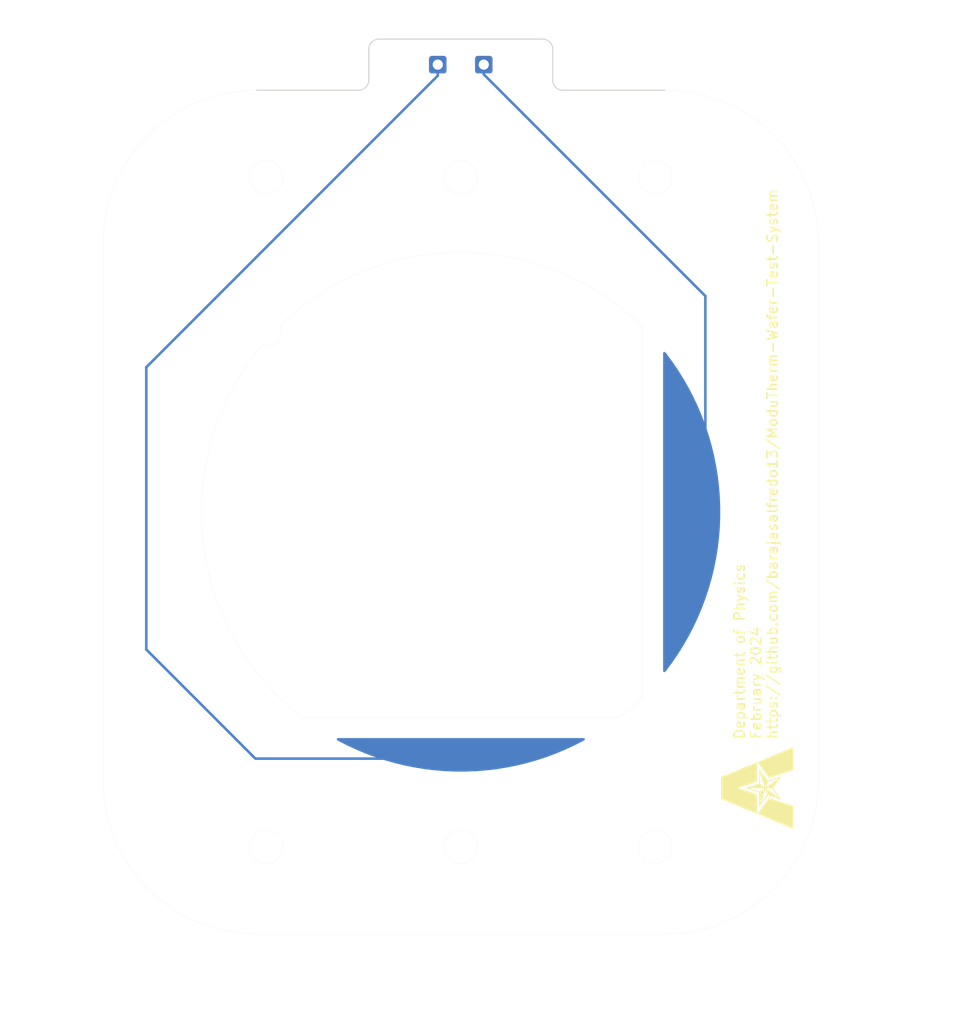
<source format=kicad_pcb>
(kicad_pcb (version 20221018) (generator pcbnew)
  (layers (0 "F.Cu" signal) (31 "B.Cu" signal) (34 "B.Paste" user) (35 "F.Paste" user) (36 "B.SilkS" user "B.Silkscreen") (37 "F.SilkS" user "F.Silkscreen") (38 "B.Mask" user) (39 "F.Mask" user) (44 "Edge.Cuts" user))
  (net 0 "")
  (footprint "" (layer "F.Cu") (at 77.25 36.224999)
    (fp_text reference "" (at 0 0) (layer "F.SilkS") (effects (font (size 1.27 1.27))))
    (fp_text value "" (at 0 0) (layer "F.SilkS") (effects (font (size 1.27 1.27))))
    (pad "1" thru_hole roundrect (at 0 0) (size 1.7 1.7) (drill 1) (layers "*.Cu" "*.Mask") (roundrect_rratio 0.1470588235))
  )
  (footprint "" (layer "F.Cu") (at 72.75 36.224999)
    (fp_text reference "" (at 0 0) (layer "F.SilkS") (effects (font (size 1.27 1.27))))
    (fp_text value "" (at 0 0) (layer "F.SilkS") (effects (font (size 1.27 1.27))))
    (pad "1" thru_hole roundrect (at 0 0) (size 1.7 1.7) (drill 1) (layers "*.Cu" "*.Mask") (roundrect_rratio 0.1470588235))
  )
  (footprint "LOGO" (layer "F.Cu") (at 103.999833 106.999805 90)
    (fp_text reference "G***" hide)
    (fp_text value "LOGO" hide)
    (fp_poly (pts (xy -2.501595 0.06834) (xy -2.439968 0.11038) (xy -2.347292 0.175137) (xy -2.229614 0.258267) (xy -2.092979 0.355425) (xy -1.943433 0.462266) (xy -1.787022 0.574447) (xy -1.629792 0.687623) (xy -1.477789 0.797449) (xy -1.337059 0.899582) (xy -1.213647 0.989677) (xy -1.113601 1.063389) (xy -1.042965 1.116374) (xy -1.007786 1.144288) (xy -1.007306 1.144726) (xy -1.007125 1.175947) (xy -1.021909 1.246495) (xy -1.048988 1.345333) (xy -1.079228 1.44198) (xy -1.109518 1.534363) (xy -1.15359 1.669293) (xy -1.20877 1.83856) (xy -1.272383 2.033949) (xy -1.341756 2.247248) (xy -1.414214 2.470245) (xy -1.46761 2.634717) (xy -1.764171 3.54853) (xy -2.87907 3.54853) (xy -3.993969 3.54853) (xy -3.271382 1.800946) (xy -3.151662 1.512155) (xy -3.037511 1.23826) (xy -2.930606 0.983189) (xy -2.832619 0.750867) (xy -2.745226 0.545223) (xy -2.670102 0.370183) (xy -2.608921 0.229673) (xy -2.563357 0.127621) (xy -2.535085 0.067953) (xy -2.526127 0.053362)) (fill solid) (layer "F.SilkS"))
    (fp_poly (pts (xy 2.539808 0.077388) (xy 2.572082 0.14685) (xy 2.621274 0.257821) (xy 2.685711 0.406374) (xy 2.763717 0.588581) (xy 2.853618 0.800516) (xy 2.953739 1.038252) (xy 3.062406 1.297863) (xy 3.177944 1.575421) (xy 3.271382 1.800946) (xy 3.993969 3.54853) (xy 2.879071 3.54853) (xy 1.764172 3.54853) (xy 1.467611 2.634717) (xy 1.39459 2.409826) (xy 1.322698 2.188629) (xy 1.25461 1.979336) (xy 1.193001 1.79016) (xy 1.140543 1.629315) (xy 1.099912 1.505012) (xy 1.079228 1.44198) (xy 1.043897 1.327925) (xy 1.018622 1.232906) (xy 1.006072 1.167958) (xy 1.007307 1.144726) (xy 1.04123 1.117701) (xy 1.110807 1.065463) (xy 1.209991 0.992357) (xy 1.332737 0.902728) (xy 1.472999 0.800918) (xy 1.62473 0.691274) (xy 1.781885 0.578139) (xy 1.938418 0.465857) (xy 2.088283 0.358773) (xy 2.225433 0.261232) (xy 2.343824 0.177577) (xy 2.437408 0.112154) (xy 2.500141 0.069306) (xy 2.525976 0.053378) (xy 2.526128 0.053362)) (fill solid) (layer "F.SilkS"))
    (fp_poly (pts (xy 1.792144 -1.777168) (xy 1.911067 -1.489215) (xy 2.023814 -1.215591) (xy 2.128747 -0.960305) (xy 2.224234 -0.727364) (xy 2.308638 -0.520775) (xy 2.380325 -0.344546) (xy 2.437659 -0.202685) (xy 2.479006 -0.099199) (xy 2.502731 -0.038095) (xy 2.507984 -0.022577) (xy 2.482274 -0.017335) (xy 2.409023 -0.01291) (xy 2.294045 -0.009402) (xy 2.143154 -0.006909) (xy 1.962165 -0.005531) (xy 1.756893 -0.005368) (xy 1.557276 -0.006333) (xy 0.606569 -0.01334) (xy 0.311843 -0.927153) (xy 0.243701 -1.13701) (xy 0.180188 -1.32989) (xy 0.123242 -1.500116) (xy 0.0748 -1.642011) (xy 0.036799 -1.749898) (xy 0.011177 -1.818099) (xy 0 -1.840966) (xy -0.011825 -1.816489) (xy -0.037901 -1.746842) (xy -0.076289 -1.637703) (xy -0.125053 -1.49475) (xy -0.182255 -1.323658) (xy -0.245957 -1.130106) (xy -0.311842 -0.927153) (xy -0.606568 -0.01334) (xy -1.557276 -0.006333) (xy -1.776513 -0.005332) (xy -1.977909 -0.005597) (xy -2.155483 -0.007028) (xy -2.303249 -0.009527) (xy -2.415225 -0.012995) (xy -2.485427 -0.017331) (xy -2.507983 -0.02209) (xy -2.498035 -0.04993) (xy -2.469283 -0.123056) (xy -2.423359 -0.237462) (xy -2.3619 -0.389144) (xy -2.286539 -0.574095) (xy -2.198911 -0.78831) (xy -2.100651 -1.027783) (xy -1.993394 -1.288509) (xy -1.878774 -1.566483) (xy -1.791935 -1.776681) (xy -1.075886 -3.508508) (xy 0.000209 -3.508508) (xy 1.076303 -3.508508)) (fill solid) (layer "F.SilkS"))
    (fp_poly (pts (xy 0.018581 -1.070825) (xy 0.041114 -1.012583) (xy 0.051047 -0.980514) (xy 0.069206 -0.921023) (xy 0.10096 -0.820397) (xy 0.143247 -0.688193) (xy 0.193008 -0.533973) (xy 0.247179 -0.367295) (xy 0.260245 -0.327271) (xy 0.436631 0.212579) (xy 1.130551 0.219682) (xy 1.824471 0.226786) (xy 1.272425 0.626893) (xy 1.122596 0.736867) (xy 0.988219 0.838149) (xy 0.875073 0.926166) (xy 0.788943 0.996343) (xy 0.735608 1.044104) (xy 0.720378 1.063691) (xy 0.728383 1.09843) (xy 0.750866 1.17638) (xy 0.785533 1.290097) (xy 0.830088 1.432136) (xy 0.882236 1.595053) (xy 0.921085 1.714646) (xy 0.976366 1.885814) (xy 1.02481 2.039635) (xy 1.064291 2.169042) (xy 1.092685 2.26697) (xy 1.107869 2.326351) (xy 1.109462 2.341239) (xy 1.085463 2.329601) (xy 1.024461 2.290382) (xy 0.932393 2.22768) (xy 0.815197 2.14559) (xy 0.678813 2.048208) (xy 0.562375 1.963864) (xy 0.413938 1.856523) (xy 0.278959 1.760498) (xy 0.163628 1.680063) (xy 0.074134 1.619495) (xy 0.016666 1.583068) (xy -0.001808 1.57416) (xy -0.030697 1.589285) (xy -0.096309 1.631801) (xy -0.19243 1.697416) (xy -0.312843 1.781837) (xy -0.451334 1.880775) (xy -0.562102 1.96103) (xy -0.732026 2.084676) (xy -0.863753 2.179919) (xy -0.962079 2.249959) (xy -1.0318 2.297997) (xy -1.077715 2.327236) (xy -1.104619 2.340875) (xy -1.11731 2.342117) (xy -1.120585 2.334162) (xy -1.120588 2.333739) (xy -1.112657 2.305473) (xy -1.090375 2.233611) (xy -1.058131 2.131955) (xy -0.918372 2.131955) (xy -0.906936 2.127544) (xy -0.858948 2.094396) (xy -0.77994 2.036589) (xy -0.675443 1.958199) (xy -0.550986 1.863302) (xy -0.486922 1.813966) (xy -0.02668 1.458454) (xy -0.02668 1.177462) (xy -0.028618 1.065517) (xy -0.033866 0.97963) (xy -0.041573 0.929522) (xy -0.049023 0.921817) (xy -0.069977 0.949598) (xy -0.117542 1.014853) (xy -0.187393 1.111577) (xy -0.275204 1.233767) (xy -0.376651 1.375417) (xy -0.480473 1.520799) (xy -0.591256 1.676029) (xy -0.692844 1.818177) (xy -0.780819 1.941076) (xy -0.850763 2.038558) (xy -0.898256 2.104458) (xy -0.918372 2.131955) (xy -1.058131 2.131955) (xy -1.05601 2.125268) (xy -1.011826 1.987555) (xy -0.960093 1.827585) (xy -0.920483 1.705813) (xy -0.864642 1.533239) (xy -0.814803 1.376731) (xy -0.773254 1.243676) (xy -0.742282 1.141461) (xy -0.724175 1.077475) (xy -0.720378 1.059524) (xy -0.741153 1.035643) (xy -0.799629 0.985347) (xy -0.89003 0.913163) (xy -1.006581 0.823615) (xy -1.143508 0.721229) (xy -1.272424 0.626893) (xy -1.621458 0.373924) (xy -1.504386 0.373924) (xy -1.504085 0.374234) (xy -1.475222 0.396374) (xy -1.409489 0.443392) (xy -1.314163 0.51019) (xy -1.196522 0.591671) (xy -1.063843 0.682737) (xy -1.056019 0.688083) (xy -0.632478 0.977407) (xy -0.355447 0.895584) (xy -0.315049 0.883652) (xy 0.095366 0.883652) (xy 0.108453 0.906098) (xy 0.148325 0.964896) (xy 0.210173 1.053389) (xy 0.289189 1.164923) (xy 0.380567 1.292845) (xy 0.479499 1.430498) (xy 0.581176 1.57123) (xy 0.680793 1.708385) (xy 0.773541 1.835309) (xy 0.854613 1.945347) (xy 0.919201 2.031845) (xy 0.962498 2.088148) (xy 0.979607 2.107618) (xy 0.973057 2.083831) (xy 0.951358 2.017612) (xy 0.917179 1.916828) (xy 0.873186 1.789347) (xy 0.823627 1.647532) (xy 0.7702 1.495651) (xy 0.721398 1.357187) (xy 0.680577 1.241644) (xy 0.651095 1.158527) (xy 0.637146 1.119614) (xy 0.616223 1.084223) (xy 0.575418 1.052086) (xy 0.505094 1.017776) (xy 0.395615 0.975864) (xy 0.358599 0.962719) (xy 0.251363 0.926271) (xy 0.164568 0.899123) (xy 0.109296 0.884606) (xy 0.095366 0.883652) (xy -0.315049 0.883652) (xy -0.078417 0.813761) (xy -0.285763 0.747059) (xy 0.099934 0.747059) (xy 0.129694 0.738781) (xy 0.203297 0.715411) (xy 0.314101 0.679142) (xy 0.455466 0.632168) (xy 0.620749 0.576685) (xy 0.803311 0.514887) (xy 0.827482 0.506668) (xy 1.534139 0.266277) (xy 1.283244 0.279882) (xy 1.145274 0.285836) (xy 0.979535 0.290717) (xy 0.811616 0.293853) (xy 0.72295 0.294608) (xy 0.413551 0.295729) (xy 0.246297 0.521394) (xy 0.179858 0.613506) (xy 0.129992 0.68747) (xy 0.102351 0.734571) (xy 0.099934 0.747059) (xy -0.285763 0.747059) (xy -0.432748 0.699775) (xy -0.704194 0.612597) (xy -0.928708 0.540847) (xy -1.110078 0.483375) (xy -1.252091 0.43903) (xy -1.358535 0.406661) (xy -1.433199 0.385117) (xy -1.47987 0.373247) (xy -1.502337 0.369899) (xy -1.504386 0.373924) (xy -1.621458 0.373924) (xy -1.793908 0.248937) (xy -0.346848 0.248937) (xy -0.333066 0.276672) (xy -0.296793 0.336086) (xy -0.245635 0.415752) (xy -0.187203 0.504247) (xy -0.129105 0.590145) (xy -0.078948 0.66202) (xy -0.044341 0.708447) (xy -0.033351 0.719701) (xy -0.031711 0.694298) (xy -0.030323 0.622131) (xy -0.02923 0.509797) (xy -0.028475 0.363893) (xy -0.028102 0.191015) (xy -0.028153 -0.002238) (xy -0.028251 -0.060031) (xy -0.029821 -0.840441) (xy -0.188335 -0.306974) (xy -0.235756 -0.146348) (xy -0.277514 -0.002931) (xy -0.311352 0.115363) (xy -0.335013 0.200619) (xy -0.34624 0.244922) (xy -0.346848 0.248937) (xy -1.793908 0.248937) (xy -1.824471 0.226786) (xy -1.130148 0.219682) (xy -0.435826 0.212577) (xy -0.224744 -0.440665) (xy -0.167197 -0.616921) (xy -0.114395 -0.775158) (xy -0.068672 -0.908661) (xy -0.032361 -1.010712) (xy -0.007799 -1.074595) (xy 0.002286 -1.093907)) (fill solid) (layer "F.SilkS"))
  )
  (gr_line (start 84 34.724999) (end 84 37.724999) (stroke (width 0.1)) (layer "Edge.Cuts"))
  (gr_line (start 110 106.274999) (end 110 53.724999) (stroke (width 0.01)) (layer "Edge.Cuts"))
  (gr_line (start 85 38.724999) (end 95 38.724999) (stroke (width 0.1)) (layer "Edge.Cuts"))
  (gr_arc (start 40 53.724999) (mid 44.393396 43.118395) (end 55 38.724999) (stroke (width 0.01)) (layer "Edge.Cuts"))
  (gr_arc (start 57.342303 62.465298) (mid 57.110337 63.40715) (end 56.188568 63.709203) (stroke (width 0.01)) (layer "Edge.Cuts"))
  (gr_arc (start 57.342303 62.465298) (mid 57.3453 61.93071) (end 57.623287 61.474075) (stroke (width 0.01)) (layer "Edge.Cuts"))
  (gr_circle (center 55.95 112.749999) (end 57.58195 112.749999) (stroke (width 0.01)) (fill none) (layer "Edge.Cuts"))
  (gr_arc (start 85 38.724999) (mid 84.292911 38.432088) (end 84 37.724999) (stroke (width 0.1)) (layer "Edge.Cuts"))
  (gr_circle (center 75 47.249999) (end 76.63195 47.249999) (stroke (width 0.01)) (fill none) (layer "Edge.Cuts"))
  (gr_line (start 67 33.724999) (end 83 33.724999) (stroke (width 0.1)) (layer "Edge.Cuts"))
  (gr_circle (center 94.05 47.249999) (end 95.68195 47.249999) (stroke (width 0.01)) (fill none) (layer "Edge.Cuts"))
  (gr_line (start 92.804684 61.884999) (end 92.804684 98.114999) (stroke (width 0.01)) (layer "Edge.Cuts"))
  (gr_circle (center 75 112.749999) (end 76.63195 112.749999) (stroke (width 0.01)) (fill none) (layer "Edge.Cuts"))
  (gr_arc (start 55.22125 64.063844) (mid 55.655718 63.752351) (end 56.188568 63.709203) (stroke (width 0.01)) (layer "Edge.Cuts"))
  (gr_arc (start 66 34.724999) (mid 66.292889 34.017888) (end 67 33.724999) (stroke (width 0.1)) (layer "Edge.Cuts"))
  (gr_line (start 65 38.724999) (end 55 38.724999) (stroke (width 0.1)) (layer "Edge.Cuts"))
  (gr_arc (start 66 37.724999) (mid 65.707103 38.432102) (end 65 38.724999) (stroke (width 0.1)) (layer "Edge.Cuts"))
  (gr_arc (start 57.623287 61.474075) (mid 75.296655 54.601728) (end 92.804684 61.884999) (stroke (width 0.01)) (layer "Edge.Cuts"))
  (gr_arc (start 59.49043 100.114999) (mid 49.776243 82.986998) (end 55.22125 64.063844) (stroke (width 0.01)) (layer "Edge.Cuts"))
  (gr_circle (center 55.95 47.249999) (end 57.58195 47.249999) (stroke (width 0.01)) (fill none) (layer "Edge.Cuts"))
  (gr_circle (center 94.05 112.749999) (end 95.68195 112.749999) (stroke (width 0.01)) (fill none) (layer "Edge.Cuts"))
  (gr_arc (start 92.804684 98.114999) (mid 91.687117 99.149414) (end 90.50957 100.114999) (stroke (width 0.01)) (layer "Edge.Cuts"))
  (gr_line (start 40 53.724999) (end 40 106.274999) (stroke (width 0.01)) (layer "Edge.Cuts"))
  (gr_arc (start 83 33.724999) (mid 83.707125 34.017875) (end 84 34.724999) (stroke (width 0.1)) (layer "Edge.Cuts"))
  (gr_line (start 90.50957 100.114999) (end 59.49043 100.114999) (stroke (width 0.01)) (layer "Edge.Cuts"))
  (gr_arc (start 95 38.724999) (mid 105.60662 43.11838) (end 110 53.724999) (stroke (width 0.01)) (layer "Edge.Cuts"))
  (gr_line (start 55 121.274999) (end 95 121.274999) (stroke (width 0.01)) (layer "Edge.Cuts"))
  (gr_arc (start 110 106.274999) (mid 105.606596 116.881596) (end 95 121.274999) (stroke (width 0.01)) (layer "Edge.Cuts"))
  (gr_line (start 66 37.724999) (end 66 34.724999) (stroke (width 0.1)) (layer "Edge.Cuts"))
  (gr_arc (start 55 121.274999) (mid 44.393416 116.881583) (end 40 106.274999) (stroke (width 0.01)) (layer "Edge.Cuts"))
  (gr_text "Department of Physics\nFebruary 2024\nhttps://github.com/barajasalfredo13/ModuTherm-Wafer-Test-System" (at 106.091833 102.306805 90) (layer "F.SilkS") (effects (font (size 1 1)) (justify left bottom)))
  (segment (start 44.220833 65.831805) (end 44.220833 93.450805) (width 0.25) (layer "B.Cu") (net 0))
  (segment (start 72.75 37.302638) (end 44.220833 65.831805) (width 0.25) (layer "B.Cu") (net 0))
  (segment (start 77.25 36.224999) (end 77.25 37.174972) (width 0.25) (layer "B.Cu") (net 0))
  (segment (start 54.895833 104.125805) (end 68.559833 104.125805) (width 0.25) (layer "B.Cu") (net 0))
  (segment (start 77.25 37.174972) (end 98.938833 58.863805) (width 0.25) (layer "B.Cu") (net 0))
  (segment (start 44.220833 93.450805) (end 54.895833 104.125805) (width 0.25) (layer "B.Cu") (net 0))
  (segment (start 98.938833 58.863805) (end 98.938833 76.081805) (width 0.25) (layer "B.Cu") (net 0))
  (segment (start 72.75 36.224999) (end 72.75 37.302638) (width 0.25) (layer "B.Cu") (net 0))
  (zone (net 0) (net_name "") (layer "B.Cu") (connect_pads (clearance 0.5)) (min_thickness 0.25) (fill yes (thermal_gap 0.5) (thermal_bridge_width 0.5) (island_removal_mode 1) (island_area_min 10))
    (polygon (pts (arc (start 62.506531 102.114998) (mid 74.999978 105.399891) (end 87.493388 102.114855))))
  )
  (zone (net 0) (net_name "") (layer "B.Cu") (connect_pads (clearance 0.5)) (min_thickness 0.25) (fill yes (thermal_gap 0.5) (thermal_bridge_width 0.5) (island_removal_mode 1) (island_area_min 10))
    (polygon (pts (xy 94.804494 95.903761) (xy 95.119054 95.50809) (xy 95.720177 94.695292) (xy 96.288483 93.859219) (xy 96.823073 93.001196) (xy 97.3231 92.122582) (xy 97.787772 91.224769) (xy 98.216353 90.309177) (xy 98.608165 89.377258) (xy 98.962587 88.430487) (xy 99.279057 87.470364) (xy 99.557075 86.49841) (xy 99.796199 85.516163) (xy 99.996052 84.525179) (xy 100.156317 83.527029) (xy 100.276739 82.523292) (xy 100.357129 81.515558) (xy 100.397359 80.505424) (xy 100.397365 79.494489) (xy 100.357147 78.484354) (xy 100.276769 77.47662) (xy 100.156359 76.472881) (xy 99.996106 75.474729) (xy 99.796265 74.483743) (xy 99.557152 73.501493) (xy 99.279146 72.529535) (xy 98.962687 71.569408) (xy 98.608277 70.622633) (xy 98.216476 69.69071) (xy 97.787906 68.775113) (xy 97.323245 67.877294) (xy 96.823228 66.998674) (xy 96.288648 66.140645) (xy 95.720352 65.304565) (xy 95.119239 64.49176) (xy 94.804684 64.096085)))
  )
)
</source>
